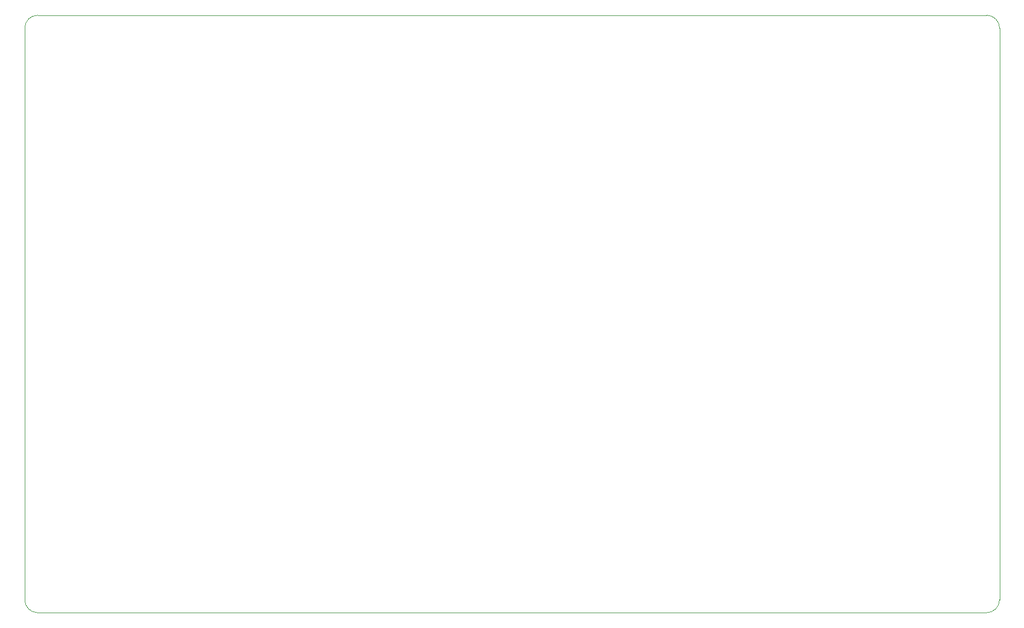
<source format=gbr>
%TF.GenerationSoftware,KiCad,Pcbnew,9.0.6-9.0.6~ubuntu24.04.1*%
%TF.CreationDate,2025-11-19T23:07:58+08:00*%
%TF.ProjectId,ksoloti_gills,6b736f6c-6f74-4695-9f67-696c6c732e6b,v0.6*%
%TF.SameCoordinates,Original*%
%TF.FileFunction,Profile,NP*%
%FSLAX46Y46*%
G04 Gerber Fmt 4.6, Leading zero omitted, Abs format (unit mm)*
G04 Created by KiCad (PCBNEW 9.0.6-9.0.6~ubuntu24.04.1) date 2025-11-19 23:07:58*
%MOMM*%
%LPD*%
G01*
G04 APERTURE LIST*
%TA.AperFunction,Profile*%
%ADD10C,0.100000*%
%TD*%
G04 APERTURE END LIST*
D10*
X-23002200Y-62758000D02*
X122997800Y-62758000D01*
X122997800Y29242000D02*
X-23002200Y29242000D01*
X124997800Y-60758000D02*
X124997800Y27242000D01*
X-25002200Y27242000D02*
G75*
G02*
X-23002200Y29242000I2000000J0D01*
G01*
X124997800Y-60758000D02*
G75*
G02*
X122997800Y-62758000I-2000000J0D01*
G01*
X-25002200Y-60758000D02*
X-25002200Y27242000D01*
X-23002200Y-62758000D02*
G75*
G02*
X-25002200Y-60758000I0J2000000D01*
G01*
X122997800Y29242000D02*
G75*
G02*
X124997800Y27242000I0J-2000000D01*
G01*
M02*

</source>
